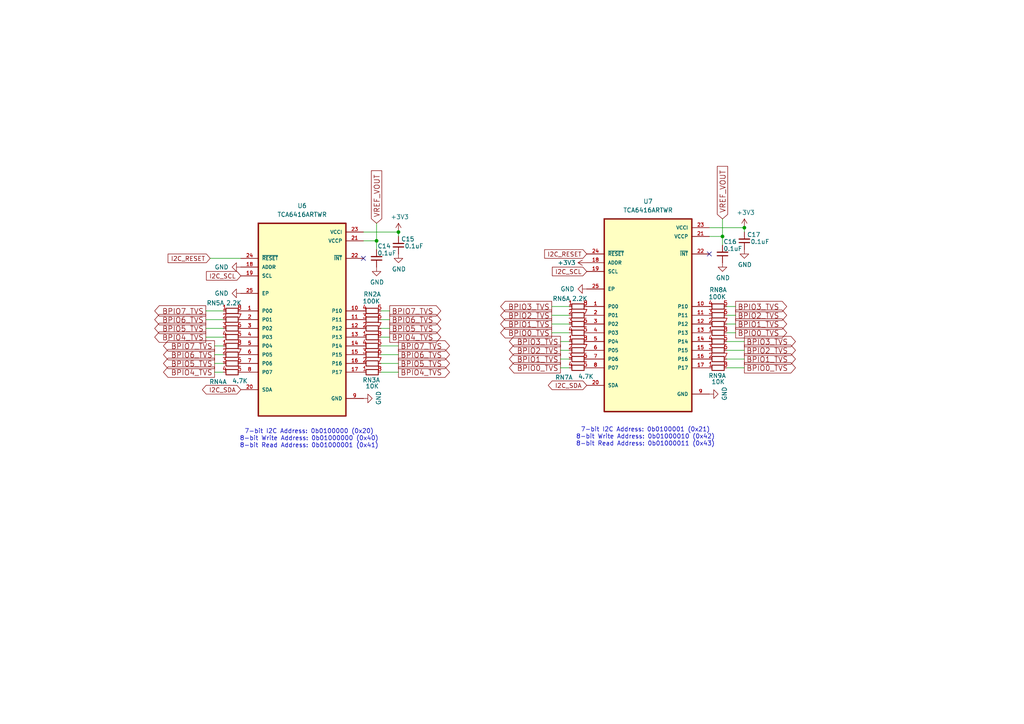
<source format=kicad_sch>
(kicad_sch (version 20231120) (generator "eeschema") (generator_version "8.0")
  (paper "A4")
  (lib_symbols
    (symbol "BusPirate-5-rev10-rescue:+3.3V-power" (power) (pin_names (offset 0))
      (property "Value" "+3.3V-power" (at 0 3.556 0))
      (symbol "+3.3V-power_0_1"
        (polyline (pts (xy -0.762 1.27) (xy 0 2.54)))
        (polyline (pts (xy 0 0) (xy 0 2.54)))
        (polyline (pts (xy 0 2.54) (xy 0.762 1.27)))
      )
      (symbol "+3.3V-power_1_1"
        (pin power_in line (at 0 0 90) (length 0) hide (name "+3V3") (number "1"))
      )
    )
    (symbol "Device:C_Small" (pin_numbers hide) (pin_names (offset 0.254) hide)
      (property "Reference" "C" (at 0.254 1.778 0))
      (property "Value" "C_Small" (at 0.254 -2.032 0))
      (symbol "C_Small_0_1"
        (polyline (pts (xy -1.524 -0.508) (xy 1.524 -0.508)) (stroke (width 0.3302)))
        (polyline (pts (xy -1.524 0.508) (xy 1.524 0.508)) (stroke (width 0.3048)))
      )
      (symbol "C_Small_1_1"
        (pin passive line (at 0 2.54 270) (length 2.032) (name "~") (number "1"))
        (pin passive line (at 0 -2.54 90) (length 2.032) (name "~") (number "2"))
      )
    )
    (symbol "TCA6416RTWT:TCA6416RTWT" (pin_names (offset 1.016))
      (property "Reference" "U" (at -12.7 28.94 0))
      (property "Value" "TCA6416RTWT" (at -12.7 -31.94 0))
      (symbol "TCA6416RTWT_0_0"
        (rectangle (start -12.7 -27.94) (end 12.7 27.94) (stroke (width 0.41)) (fill (type background)))
        (pin bidirectional line (at -17.78 2.54 0) (length 5.08) (name "P00") (number "1"))
        (pin bidirectional line (at 17.78 2.54 180) (length 5.08) (name "P10") (number "10"))
        (pin bidirectional line (at 17.78 0 180) (length 5.08) (name "P11") (number "11"))
        (pin bidirectional line (at 17.78 -2.54 180) (length 5.08) (name "P12") (number "12"))
        (pin bidirectional line (at 17.78 -5.08 180) (length 5.08) (name "P13") (number "13"))
        (pin bidirectional line (at 17.78 -7.62 180) (length 5.08) (name "P14") (number "14"))
        (pin bidirectional line (at 17.78 -10.16 180) (length 5.08) (name "P15") (number "15"))
        (pin bidirectional line (at 17.78 -12.7 180) (length 5.08) (name "P16") (number "16"))
        (pin bidirectional line (at 17.78 -15.24 180) (length 5.08) (name "P17") (number "17"))
        (pin input line (at -17.78 15.24 0) (length 5.08) (name "ADDR") (number "18"))
        (pin input line (at -17.78 12.7 0) (length 5.08) (name "SCL") (number "19"))
        (pin bidirectional line (at -17.78 0 0) (length 5.08) (name "P01") (number "2"))
        (pin bidirectional line (at -17.78 -20.32 0) (length 5.08) (name "SDA") (number "20"))
        (pin power_in line (at 17.78 22.86 180) (length 5.08) (name "VCCP") (number "21"))
        (pin output line (at 17.78 17.78 180) (length 5.08) (name "~{INT}") (number "22"))
        (pin power_in line (at 17.78 25.4 180) (length 5.08) (name "VCCI") (number "23"))
        (pin input line (at -17.78 17.78 0) (length 5.08) (name "~{RESET}") (number "24"))
        (pin bidirectional line (at -17.78 7.62 0) (length 5.08) (name "EP") (number "25"))
        (pin bidirectional line (at -17.78 -2.54 0) (length 5.08) (name "P02") (number "3"))
        (pin bidirectional line (at -17.78 -5.08 0) (length 5.08) (name "P03") (number "4"))
        (pin bidirectional line (at -17.78 -7.62 0) (length 5.08) (name "P04") (number "5"))
        (pin bidirectional line (at -17.78 -10.16 0) (length 5.08) (name "P05") (number "6"))
        (pin bidirectional line (at -17.78 -12.7 0) (length 5.08) (name "P06") (number "7"))
        (pin bidirectional line (at -17.78 -15.24 0) (length 5.08) (name "P07") (number "8"))
        (pin power_in line (at 17.78 -22.86 180) (length 5.08) (name "GND") (number "9"))
      )
    )
    (symbol "dp-rarray:R_Array" (pin_names (offset 0) hide)
      (property "Reference" "RN" (at 2.286 0.762 0))
      (property "Value" "R_Array" (at 4.572 -0.762 0))
      (symbol "R_Array_0_1"
        (rectangle (start 0.762 1.778) (end -0.762 -1.778) (stroke (width 0.254)))
      )
      (symbol "R_Array_1_1"
        (pin passive line (at 0 2.54 270) (length 0.762) (name "R1.1") (number "1"))
        (pin passive line (at 0 -2.54 90) (length 0.762) (name "R1.8") (number "8"))
      )
      (symbol "R_Array_2_1"
        (pin passive line (at 0 2.54 270) (length 0.762) (name "R1.1") (number "2"))
        (pin passive line (at 0 -2.54 90) (length 0.762) (name "R1.8") (number "7"))
      )
      (symbol "R_Array_3_1"
        (pin passive line (at 0 2.54 270) (length 0.762) (name "R1.1") (number "3"))
        (pin passive line (at 0 -2.54 90) (length 0.762) (name "R1.8") (number "6"))
      )
      (symbol "R_Array_4_1"
        (pin passive line (at 0 2.54 270) (length 0.762) (name "R1.1") (number "4"))
        (pin passive line (at 0 -2.54 90) (length 0.762) (name "R1.8") (number "5"))
      )
    )
    (symbol "power:GND" (power) (pin_names (offset 0))
      (property "Value" "GND" (at 0 -3.81 0))
      (symbol "GND_0_1"
        (polyline (pts (xy 0 0) (xy 0 -1.27) (xy 1.27 -1.27) (xy 0 -2.54) (xy -1.27 -1.27) (xy 0 -1.27)))
      )
      (symbol "GND_1_1"
        (pin power_in line (at 0 0 270) (length 0) hide (name "GND") (number "1"))
      )
    )
  )
  (junction (at 115.57 67.31))
  (junction (at 215.9 66.04))
  (junction (at 209.55 68.58))
  (junction (at 109.22 69.85))
  (no_connect (at 205.74 73.66))
  (no_connect (at 105.41 74.93))
  (wire (pts (xy 210.82 96.52) (xy 213.36 96.52)))
  (wire (pts (xy 110.49 90.17) (xy 113.03 90.17)))
  (wire (pts (xy 64.77 100.33) (xy 62.23 100.33)))
  (wire (pts (xy 165.1 106.68) (xy 162.56 106.68)))
  (wire (pts (xy 105.41 69.85) (xy 109.22 69.85)))
  (wire (pts (xy 64.77 107.95) (xy 62.23 107.95)))
  (wire (pts (xy 64.77 105.41) (xy 62.23 105.41)))
  (wire (pts (xy 205.74 66.04) (xy 215.9 66.04)))
  (wire (pts (xy 110.49 105.41) (xy 115.57 105.41)))
  (wire (pts (xy 109.22 69.85) (xy 109.22 72.39)))
  (wire (pts (xy 110.49 107.95) (xy 115.57 107.95)))
  (wire (pts (xy 110.49 97.79) (xy 113.03 97.79)))
  (wire (pts (xy 165.1 93.98) (xy 160.02 93.98)))
  (wire (pts (xy 64.77 90.17) (xy 59.69 90.17)))
  (wire (pts (xy 64.77 92.71) (xy 59.69 92.71)))
  (wire (pts (xy 109.22 64.77) (xy 109.22 69.85)))
  (wire (pts (xy 209.55 68.58) (xy 209.55 71.12)))
  (wire (pts (xy 105.41 67.31) (xy 115.57 67.31)))
  (wire (pts (xy 165.1 91.44) (xy 160.02 91.44)))
  (wire (pts (xy 165.1 96.52) (xy 160.02 96.52)))
  (wire (pts (xy 110.49 92.71) (xy 113.03 92.71)))
  (wire (pts (xy 64.77 102.87) (xy 62.23 102.87)))
  (wire (pts (xy 210.82 104.14) (xy 215.9 104.14)))
  (wire (pts (xy 115.57 67.31) (xy 115.57 68.58)))
  (wire (pts (xy 165.1 88.9) (xy 160.02 88.9)))
  (wire (pts (xy 210.82 88.9) (xy 213.36 88.9)))
  (wire (pts (xy 110.49 102.87) (xy 115.57 102.87)))
  (wire (pts (xy 205.74 68.58) (xy 209.55 68.58)))
  (wire (pts (xy 210.82 91.44) (xy 213.36 91.44)))
  (wire (pts (xy 210.82 99.06) (xy 215.9 99.06)))
  (wire (pts (xy 165.1 101.6) (xy 162.56 101.6)))
  (wire (pts (xy 165.1 104.14) (xy 162.56 104.14)))
  (wire (pts (xy 60.96 74.93) (xy 69.85 74.93)))
  (wire (pts (xy 64.77 95.25) (xy 59.69 95.25)))
  (wire (pts (xy 64.77 97.79) (xy 59.69 97.79)))
  (wire (pts (xy 215.9 66.04) (xy 215.9 67.31)))
  (wire (pts (xy 210.82 106.68) (xy 215.9 106.68)))
  (wire (pts (xy 209.55 63.5) (xy 209.55 68.58)))
  (wire (pts (xy 110.49 95.25) (xy 113.03 95.25)))
  (wire (pts (xy 165.1 99.06) (xy 162.56 99.06)))
  (wire (pts (xy 210.82 93.98) (xy 213.36 93.98)))
  (wire (pts (xy 210.82 101.6) (xy 215.9 101.6)))
  (wire (pts (xy 110.49 100.33) (xy 115.57 100.33)))
  (text "7-bit I2C Address: 0b0100000 (0x20)\n8-bit Write Address: 0b01000000 (0x40)\n8-bit Read Address: 0b01000001 (0x41)" (at 89.662 127.254 0) (effects (font (size 1.27 1.27))))
  (text "7-bit I2C Address: 0b0100001 (0x21)\n8-bit Write Address: 0b01000010 (0x42)\n8-bit Read Address: 0b01000011 (0x43)" (at 187.198 126.746 0) (effects (font (size 1.27 1.27))))
  (global_label "BPIO3_TVS" (shape output) (at 160.02 88.9 180) (effects (font (size 1.524 1.524))) (property "Intersheetrefs" "${INTERSHEET_REFS}" (effects (hide yes))))
  (global_label "BPIO7_TVS" (shape output) (at 62.23 100.33 180) (effects (font (size 1.524 1.524))) (property "Intersheetrefs" "${INTERSHEET_REFS}" (effects (hide yes))))
  (global_label "BPIO5_TVS" (shape output) (at 62.23 105.41 180) (effects (font (size 1.524 1.524))) (property "Intersheetrefs" "${INTERSHEET_REFS}" (effects (hide yes))))
  (global_label "BPIO5_TVS" (shape output) (at 113.03 95.25 0) (effects (font (size 1.524 1.524))) (property "Intersheetrefs" "${INTERSHEET_REFS}" (effects (hide yes))))
  (global_label "I2C_SCL" (shape input) (at 69.85 80.01 180) (property "Intersheetrefs" "${INTERSHEET_REFS}" (effects (hide yes))))
  (global_label "BPIO0_TVS" (shape output) (at 213.36 96.52 0) (effects (font (size 1.524 1.524))) (property "Intersheetrefs" "${INTERSHEET_REFS}" (effects (hide yes))))
  (global_label "BPIO0_TVS" (shape output) (at 162.56 106.68 180) (effects (font (size 1.524 1.524))) (property "Intersheetrefs" "${INTERSHEET_REFS}" (effects (hide yes))))
  (global_label "BPIO4_TVS" (shape output) (at 59.69 97.79 180) (effects (font (size 1.524 1.524))) (property "Intersheetrefs" "${INTERSHEET_REFS}" (effects (hide yes))))
  (global_label "I2C_RESET" (shape input) (at 60.96 74.93 180) (property "Intersheetrefs" "${INTERSHEET_REFS}" (effects (hide yes))))
  (global_label "BPIO4_TVS" (shape output) (at 115.57 107.95 0) (effects (font (size 1.524 1.524))) (property "Intersheetrefs" "${INTERSHEET_REFS}" (effects (hide yes))))
  (global_label "BPIO6_TVS" (shape output) (at 62.23 102.87 180) (effects (font (size 1.524 1.524))) (property "Intersheetrefs" "${INTERSHEET_REFS}" (effects (hide yes))))
  (global_label "BPIO5_TVS" (shape output) (at 59.69 95.25 180) (effects (font (size 1.524 1.524))) (property "Intersheetrefs" "${INTERSHEET_REFS}" (effects (hide yes))))
  (global_label "BPIO6_TVS" (shape output) (at 113.03 92.71 0) (effects (font (size 1.524 1.524))) (property "Intersheetrefs" "${INTERSHEET_REFS}" (effects (hide yes))))
  (global_label "BPIO3_TVS" (shape output) (at 215.9 99.06 0) (effects (font (size 1.524 1.524))) (property "Intersheetrefs" "${INTERSHEET_REFS}" (effects (hide yes))))
  (global_label "BPIO1_TVS" (shape output) (at 215.9 104.14 0) (effects (font (size 1.524 1.524))) (property "Intersheetrefs" "${INTERSHEET_REFS}" (effects (hide yes))))
  (global_label "I2C_SDA" (shape bidirectional) (at 69.85 113.03 180) (property "Intersheetrefs" "${INTERSHEET_REFS}" (effects (hide yes))))
  (global_label "BPIO7_TVS" (shape output) (at 113.03 90.17 0) (effects (font (size 1.524 1.524))) (property "Intersheetrefs" "${INTERSHEET_REFS}" (effects (hide yes))))
  (global_label "VREF_VOUT" (shape input) (at 109.22 64.77 90) (effects (font (size 1.524 1.524))) (property "Intersheetrefs" "${INTERSHEET_REFS}" (effects (hide yes))))
  (global_label "BPIO7_TVS" (shape output) (at 115.57 100.33 0) (effects (font (size 1.524 1.524))) (property "Intersheetrefs" "${INTERSHEET_REFS}" (effects (hide yes))))
  (global_label "I2C_RESET" (shape input) (at 170.18 73.66 180) (property "Intersheetrefs" "${INTERSHEET_REFS}" (effects (hide yes))))
  (global_label "BPIO0_TVS" (shape output) (at 160.02 96.52 180) (effects (font (size 1.524 1.524))) (property "Intersheetrefs" "${INTERSHEET_REFS}" (effects (hide yes))))
  (global_label "BPIO1_TVS" (shape output) (at 213.36 93.98 0) (effects (font (size 1.524 1.524))) (property "Intersheetrefs" "${INTERSHEET_REFS}" (effects (hide yes))))
  (global_label "BPIO1_TVS" (shape output) (at 162.56 104.14 180) (effects (font (size 1.524 1.524))) (property "Intersheetrefs" "${INTERSHEET_REFS}" (effects (hide yes))))
  (global_label "BPIO4_TVS" (shape output) (at 62.23 107.95 180) (effects (font (size 1.524 1.524))) (property "Intersheetrefs" "${INTERSHEET_REFS}" (effects (hide yes))))
  (global_label "BPIO2_TVS" (shape output) (at 213.36 91.44 0) (effects (font (size 1.524 1.524))) (property "Intersheetrefs" "${INTERSHEET_REFS}" (effects (hide yes))))
  (global_label "BPIO3_TVS" (shape output) (at 213.36 88.9 0) (effects (font (size 1.524 1.524))) (property "Intersheetrefs" "${INTERSHEET_REFS}" (effects (hide yes))))
  (global_label "BPIO2_TVS" (shape output) (at 160.02 91.44 180) (effects (font (size 1.524 1.524))) (property "Intersheetrefs" "${INTERSHEET_REFS}" (effects (hide yes))))
  (global_label "BPIO0_TVS" (shape output) (at 215.9 106.68 0) (effects (font (size 1.524 1.524))) (property "Intersheetrefs" "${INTERSHEET_REFS}" (effects (hide yes))))
  (global_label "BPIO7_TVS" (shape output) (at 59.69 90.17 180) (effects (font (size 1.524 1.524))) (property "Intersheetrefs" "${INTERSHEET_REFS}" (effects (hide yes))))
  (global_label "BPIO3_TVS" (shape output) (at 162.56 99.06 180) (effects (font (size 1.524 1.524))) (property "Intersheetrefs" "${INTERSHEET_REFS}" (effects (hide yes))))
  (global_label "BPIO5_TVS" (shape output) (at 115.57 105.41 0) (effects (font (size 1.524 1.524))) (property "Intersheetrefs" "${INTERSHEET_REFS}" (effects (hide yes))))
  (global_label "I2C_SCL" (shape input) (at 170.18 78.74 180) (property "Intersheetrefs" "${INTERSHEET_REFS}" (effects (hide yes))))
  (global_label "BPIO6_TVS" (shape output) (at 59.69 92.71 180) (effects (font (size 1.524 1.524))) (property "Intersheetrefs" "${INTERSHEET_REFS}" (effects (hide yes))))
  (global_label "I2C_SDA" (shape bidirectional) (at 170.18 111.76 180) (property "Intersheetrefs" "${INTERSHEET_REFS}" (effects (hide yes))))
  (global_label "VREF_VOUT" (shape input) (at 209.55 63.5 90) (effects (font (size 1.524 1.524))) (property "Intersheetrefs" "${INTERSHEET_REFS}" (effects (hide yes))))
  (global_label "BPIO4_TVS" (shape output) (at 113.03 97.79 0) (effects (font (size 1.524 1.524))) (property "Intersheetrefs" "${INTERSHEET_REFS}" (effects (hide yes))))
  (global_label "BPIO2_TVS" (shape output) (at 215.9 101.6 0) (effects (font (size 1.524 1.524))) (property "Intersheetrefs" "${INTERSHEET_REFS}" (effects (hide yes))))
  (global_label "BPIO2_TVS" (shape output) (at 162.56 101.6 180) (effects (font (size 1.524 1.524))) (property "Intersheetrefs" "${INTERSHEET_REFS}" (effects (hide yes))))
  (global_label "BPIO1_TVS" (shape output) (at 160.02 93.98 180) (effects (font (size 1.524 1.524))) (property "Intersheetrefs" "${INTERSHEET_REFS}" (effects (hide yes))))
  (global_label "BPIO6_TVS" (shape output) (at 115.57 102.87 0) (effects (font (size 1.524 1.524))) (property "Intersheetrefs" "${INTERSHEET_REFS}" (effects (hide yes))))
  (symbol (lib_id "dp-rarray:R_Array") (at 67.31 95.25 90) (unit 3)
    (property "Reference" "RN5" (effects (hide yes)))
    (property "Value" "2.2K" (effects (hide yes)))
    (property "Footprint" "Resistor_SMD:R_Array_Convex_4x0402" (effects (hide yes)))
    (property "Datasheet" "http://www.vishay.com/docs/31509/csc.pdf" (effects (hide yes)))
    (property "RMB" "0.034572" (effects (hide yes)))
    (property "Supplier" "https://item.szlcsc.com/45893.html" (effects (hide yes)))
    (property "szlcsc_partnumber" "C26075" (effects (hide yes)))
    (property "szlcsc_url" "https://item.szlcsc.com/26818.html" (effects (hide yes)))
  )
  (symbol (lib_id "dp-rarray:R_Array") (at 167.64 99.06 90) (unit 1)
    (property "Reference" "RN7" (at 163.576 109.474 90))
    (property "Value" "4.7K" (effects (hide yes)))
    (property "Footprint" "Resistor_SMD:R_Array_Convex_4x0402" (effects (hide yes)))
    (property "Datasheet" "http://www.vishay.com/docs/31509/csc.pdf" (effects (hide yes)))
    (property "RMB" "0.034572" (effects (hide yes)))
    (property "Supplier" "https://item.szlcsc.com/45893.html" (effects (hide yes)))
    (property "szlcsc_partnumber" "C29586" (effects (hide yes)))
    (property "szlcsc_url" "https://item.szlcsc.com/30340.html?fromZone=s_s__%25224.7K%25200402x4%2522&spm=sc.gb.xh1.zy.n___sc.gb.hd.ss&lcsc_vid=RlENUlJWE1QKBlBWRAVaUFNTT1leBQZXRFNcVAVQQVAxVlNSRFRcV1ZTQFNZVDsOAxUeFF5JWAgaAglIBBsCBBcFWQIBCks%3D" (effects (hide yes)))
  )
  (symbol (lib_id "dp-rarray:R_Array") (at 107.95 95.25 90) (mirror x) (unit 2)
    (property "Reference" "RN2" (effects (hide yes)))
    (property "Value" "100K" (effects (hide yes)))
    (property "Footprint" "Resistor_SMD:R_Array_Convex_4x0402" (effects (hide yes)))
    (property "Datasheet" "http://www.vishay.com/docs/31509/csc.pdf" (effects (hide yes)))
    (property "RMB" "0.034572" (effects (hide yes)))
    (property "Supplier" "https://item.szlcsc.com/45893.html" (effects (hide yes)))
    (property "szlcsc_partnumber" "C25724" (effects (hide yes)))
    (property "szlcsc_url" "https://item.szlcsc.com/26467.html?fromZone=s_s__%2522100K%25200402x4%2522&spm=sc.gb.xh1.zy.n___sc.gb.hd.ss&lcsc_vid=RlENUlJWE1QKBlBWRAVaUFNTT1leBQZXRFNcVAVQQVAxVlNSRFRcV1ZTQFNZVDsOAxUeFF5JWAgaAglIBBsCBBcFWQIBCks%3D" (effects (hide yes)))
  )
  (symbol (lib_id "power:GND") (at 69.85 77.47 270) (unit 1)
    (property "Reference" "#PWR057" (effects (hide yes)))
    (property "Value" "GND" (at 64.262 77.47 90))
  )
  (symbol (lib_id "dp-rarray:R_Array") (at 107.95 102.87 90) (mirror x) (unit 3)
    (property "Reference" "RN3" (effects (hide yes)))
    (property "Value" "10K" (effects (hide yes)))
    (property "Footprint" "Resistor_SMD:R_Array_Convex_4x0402" (effects (hide yes)))
    (property "Datasheet" "http://www.vishay.com/docs/31509/csc.pdf" (effects (hide yes)))
    (property "RMB" "0.034572" (effects (hide yes)))
    (property "Supplier" "https://item.szlcsc.com/45893.html" (effects (hide yes)))
    (property "szlcsc_partnumber" "C25725" (effects (hide yes)))
    (property "szlcsc_url" "https://item.szlcsc.com/26468.html?fromZone=s_s__%252210K%25200402x4%2522&spm=sc.gb.xh1.zy.n___sc.gb.hd.ss&lcsc_vid=RlENUlJWE1QKBlBWRAVaUFNTT1leBQZXRFNcVAVQQVAxVlNSRFRcV1ZTQFNZVDsOAxUeFF5JWAgaAglIBBsCBBcFWQIBCks%3D" (effects (hide yes)))
  )
  (symbol (lib_id "dp-rarray:R_Array") (at 208.28 91.44 90) (mirror x) (unit 3)
    (property "Reference" "RN8" (effects (hide yes)))
    (property "Value" "100K" (effects (hide yes)))
    (property "Footprint" "Resistor_SMD:R_Array_Convex_4x0402" (effects (hide yes)))
    (property "Datasheet" "http://www.vishay.com/docs/31509/csc.pdf" (effects (hide yes)))
    (property "RMB" "0.034572" (effects (hide yes)))
    (property "Supplier" "https://item.szlcsc.com/45893.html" (effects (hide yes)))
    (property "szlcsc_partnumber" "C25724" (effects (hide yes)))
    (property "szlcsc_url" "https://item.szlcsc.com/26467.html?fromZone=s_s__%2522100K%25200402x4%2522&spm=sc.gb.xh1.zy.n___sc.gb.hd.ss&lcsc_vid=RlENUlJWE1QKBlBWRAVaUFNTT1leBQZXRFNcVAVQQVAxVlNSRFRcV1ZTQFNZVDsOAxUeFF5JWAgaAglIBBsCBBcFWQIBCks%3D" (effects (hide yes)))
  )
  (symbol (lib_id "TCA6416RTWT:TCA6416RTWT") (at 87.63 92.71 0) (unit 1)
    (property "Reference" "U6" (at 87.63 59.69 0))
    (property "Value" "TCA6416ARTWR" (at 87.63 62.23 0))
    (property "Footprint" "Package_DFN_QFN:QFN-24-1EP_4x4mm_P0.5mm_EP2.75x2.75mm" (effects (hide yes)))
    (property "Description" "Low-voltage 16-bit I2C & SMBus I/O expander with interrupt output, reset & config registers 24-WQFN -40 to 85" (effects (hide yes)))
    (property "MF" "Texas Instruments" (effects (hide yes)))
    (property "Package" "WQFN-24 Texas Instruments" (effects (hide yes)))
    (property "Price" "None" (effects (hide yes)))
    (property "SnapEDA_Link" "https://www.snapeda.com/parts/TCA6416RTWT/Texas+Instruments/view-part/?ref=snap" (effects (hide yes)))
    (property "MP" "TCA6416RTWT" (effects (hide yes)))
    (property "Availability" "In Stock" (effects (hide yes)))
    (property "Check_prices" "https://www.snapeda.com/parts/TCA6416RTWT/Texas+Instruments/view-part/?ref=eda" (effects (hide yes)))
  )
  (symbol (lib_id "dp-rarray:R_Array") (at 67.31 102.87 90) (unit 2)
    (property "Reference" "RN4" (effects (hide yes)))
    (property "Value" "4.7K" (effects (hide yes)))
    (property "Footprint" "Resistor_SMD:R_Array_Convex_4x0402" (effects (hide yes)))
    (property "Datasheet" "http://www.vishay.com/docs/31509/csc.pdf" (effects (hide yes)))
    (property "RMB" "0.034572" (effects (hide yes)))
    (property "Supplier" "https://item.szlcsc.com/45893.html" (effects (hide yes)))
    (property "szlcsc_partnumber" "C29586" (effects (hide yes)))
    (property "szlcsc_url" "https://item.szlcsc.com/30340.html?fromZone=s_s__%25224.7K%25200402x4%2522&spm=sc.gb.xh1.zy.n___sc.gb.hd.ss&lcsc_vid=RlENUlJWE1QKBlBWRAVaUFNTT1leBQZXRFNcVAVQQVAxVlNSRFRcV1ZTQFNZVDsOAxUeFF5JWAgaAglIBBsCBBcFWQIBCks%3D" (effects (hide yes)))
  )
  (symbol (lib_id "power:GND") (at 69.85 85.09 270) (unit 1)
    (property "Reference" "#PWR0150" (effects (hide yes)))
    (property "Value" "GND" (at 64.262 85.09 90))
  )
  (symbol (lib_id "power:GND") (at 215.9 72.39 0) (unit 1)
    (property "Reference" "#PWR062" (effects (hide yes)))
    (property "Value" "GND" (at 216.027 76.7842 0))
  )
  (symbol (lib_id "power:GND") (at 105.41 115.57 90) (unit 1)
    (property "Reference" "#PWR056" (effects (hide yes)))
    (property "Value" "GND" (at 109.8042 115.443 0))
  )
  (symbol (lib_id "dp-rarray:R_Array") (at 107.95 90.17 90) (mirror x) (unit 4)
    (property "Reference" "RN2" (effects (hide yes)))
    (property "Value" "100K" (at 107.696 87.376 90))
    (property "Footprint" "Resistor_SMD:R_Array_Convex_4x0402" (effects (hide yes)))
    (property "Datasheet" "http://www.vishay.com/docs/31509/csc.pdf" (effects (hide yes)))
    (property "RMB" "0.034572" (effects (hide yes)))
    (property "Supplier" "https://item.szlcsc.com/45893.html" (effects (hide yes)))
    (property "szlcsc_partnumber" "C25724" (effects (hide yes)))
    (property "szlcsc_url" "https://item.szlcsc.com/26467.html?fromZone=s_s__%2522100K%25200402x4%2522&spm=sc.gb.xh1.zy.n___sc.gb.hd.ss&lcsc_vid=RlENUlJWE1QKBlBWRAVaUFNTT1leBQZXRFNcVAVQQVAxVlNSRFRcV1ZTQFNZVDsOAxUeFF5JWAgaAglIBBsCBBcFWQIBCks%3D" (effects (hide yes)))
  )
  (symbol (lib_id "power:GND") (at 205.74 114.3 90) (unit 1)
    (property "Reference" "#PWR059" (effects (hide yes)))
    (property "Value" "GND" (at 210.1342 114.173 0))
  )
  (symbol (lib_id "dp-rarray:R_Array") (at 167.64 104.14 90) (unit 3)
    (property "Reference" "RN7" (effects (hide yes)))
    (property "Value" "4.7K" (effects (hide yes)))
    (property "Footprint" "Resistor_SMD:R_Array_Convex_4x0402" (effects (hide yes)))
    (property "Datasheet" "http://www.vishay.com/docs/31509/csc.pdf" (effects (hide yes)))
    (property "RMB" "0.034572" (effects (hide yes)))
    (property "Supplier" "https://item.szlcsc.com/45893.html" (effects (hide yes)))
    (property "szlcsc_partnumber" "C29586" (effects (hide yes)))
    (property "szlcsc_url" "https://item.szlcsc.com/30340.html?fromZone=s_s__%25224.7K%25200402x4%2522&spm=sc.gb.xh1.zy.n___sc.gb.hd.ss&lcsc_vid=RlENUlJWE1QKBlBWRAVaUFNTT1leBQZXRFNcVAVQQVAxVlNSRFRcV1ZTQFNZVDsOAxUeFF5JWAgaAglIBBsCBBcFWQIBCks%3D" (effects (hide yes)))
  )
  (symbol (lib_id "Device:C_Small") (at 215.9 69.85 180) (unit 1)
    (property "Reference" "C17" (at 216.662 68.072 0) (effects (justify right)))
    (property "Value" "0.1uF" (at 217.678 70.104 0) (effects (justify right)))
    (property "Footprint" "Capacitor_SMD:C_0402_1005Metric" (effects (hide yes)))
    (property "szlcsc_partnumber" "C1525" (effects (hide yes)))
    (property "szlcsc_url" "https://item.szlcsc.com/1877.html?fromZone=s_s__%25220.1uF%25200402%2522&spm=sc.gb.xh2.zy.n&lcsc_vid=RlENUlJWE1QKBlBWRAVaUFNTT1leBQZXRFNcVAVQQVAxVlNSRFRfXlBUQ1ZeVzsOAxUeFF5JWAgaAglIBBsCBBcFWQIBCks%3D" (effects (hide yes)))
  )
  (symbol (lib_id "BusPirate-5-rev10-rescue:+3.3V-power") (at 170.18 76.2 90) (unit 1)
    (property "Reference" "#PWR058" (effects (hide yes)))
    (property "Value" "+3V3" (at 164.338 76.2 90))
  )
  (symbol (lib_id "BusPirate-5-rev10-rescue:+3.3V-power") (at 215.9 66.04 0) (unit 1)
    (property "Reference" "#PWR061" (effects (hide yes)))
    (property "Value" "+3V3" (at 216.281 61.6458 0))
  )
  (symbol (lib_id "dp-rarray:R_Array") (at 67.31 97.79 90) (unit 4)
    (property "Reference" "RN5" (effects (hide yes)))
    (property "Value" "2.2K" (effects (hide yes)))
    (property "Footprint" "Resistor_SMD:R_Array_Convex_4x0402" (effects (hide yes)))
    (property "Datasheet" "http://www.vishay.com/docs/31509/csc.pdf" (effects (hide yes)))
    (property "RMB" "0.034572" (effects (hide yes)))
    (property "Supplier" "https://item.szlcsc.com/45893.html" (effects (hide yes)))
    (property "szlcsc_partnumber" "C26075" (effects (hide yes)))
    (property "szlcsc_url" "https://item.szlcsc.com/26818.html" (effects (hide yes)))
  )
  (symbol (lib_id "dp-rarray:R_Array") (at 67.31 92.71 90) (unit 2)
    (property "Reference" "RN5" (effects (hide yes)))
    (property "Value" "2.2K" (effects (hide yes)))
    (property "Footprint" "Resistor_SMD:R_Array_Convex_4x0402" (effects (hide yes)))
    (property "Datasheet" "http://www.vishay.com/docs/31509/csc.pdf" (effects (hide yes)))
    (property "RMB" "0.034572" (effects (hide yes)))
    (property "Supplier" "https://item.szlcsc.com/45893.html" (effects (hide yes)))
    (property "szlcsc_partnumber" "C26075" (effects (hide yes)))
    (property "szlcsc_url" "https://item.szlcsc.com/26818.html" (effects (hide yes)))
  )
  (symbol (lib_id "dp-rarray:R_Array") (at 107.95 92.71 90) (mirror x) (unit 3)
    (property "Reference" "RN2" (effects (hide yes)))
    (property "Value" "100K" (effects (hide yes)))
    (property "Footprint" "Resistor_SMD:R_Array_Convex_4x0402" (effects (hide yes)))
    (property "Datasheet" "http://www.vishay.com/docs/31509/csc.pdf" (effects (hide yes)))
    (property "RMB" "0.034572" (effects (hide yes)))
    (property "Supplier" "https://item.szlcsc.com/45893.html" (effects (hide yes)))
    (property "szlcsc_partnumber" "C25724" (effects (hide yes)))
    (property "szlcsc_url" "https://item.szlcsc.com/26467.html?fromZone=s_s__%2522100K%25200402x4%2522&spm=sc.gb.xh1.zy.n___sc.gb.hd.ss&lcsc_vid=RlENUlJWE1QKBlBWRAVaUFNTT1leBQZXRFNcVAVQQVAxVlNSRFRcV1ZTQFNZVDsOAxUeFF5JWAgaAglIBBsCBBcFWQIBCks%3D" (effects (hide yes)))
  )
  (symbol (lib_id "dp-rarray:R_Array") (at 167.64 91.44 90) (unit 2)
    (property "Reference" "RN6" (effects (hide yes)))
    (property "Value" "2.2K" (effects (hide yes)))
    (property "Footprint" "Resistor_SMD:R_Array_Convex_4x0402" (effects (hide yes)))
    (property "Datasheet" "http://www.vishay.com/docs/31509/csc.pdf" (effects (hide yes)))
    (property "RMB" "0.034572" (effects (hide yes)))
    (property "Supplier" "https://item.szlcsc.com/45893.html" (effects (hide yes)))
    (property "szlcsc_partnumber" "C26075" (effects (hide yes)))
    (property "szlcsc_url" "https://item.szlcsc.com/26818.html" (effects (hide yes)))
  )
  (symbol (lib_id "dp-rarray:R_Array") (at 208.28 104.14 90) (mirror x) (unit 2)
    (property "Reference" "RN9" (effects (hide yes)))
    (property "Value" "10K" (effects (hide yes)))
    (property "Footprint" "Resistor_SMD:R_Array_Convex_4x0402" (effects (hide yes)))
    (property "Datasheet" "http://www.vishay.com/docs/31509/csc.pdf" (effects (hide yes)))
    (property "RMB" "0.034572" (effects (hide yes)))
    (property "Supplier" "https://item.szlcsc.com/45893.html" (effects (hide yes)))
    (property "szlcsc_partnumber" "C25725" (effects (hide yes)))
    (property "szlcsc_url" "https://item.szlcsc.com/26468.html?fromZone=s_s__%252210K%25200402x4%2522&spm=sc.gb.xh1.zy.n___sc.gb.hd.ss&lcsc_vid=RlENUlJWE1QKBlBWRAVaUFNTT1leBQZXRFNcVAVQQVAxVlNSRFRcV1ZTQFNZVDsOAxUeFF5JWAgaAglIBBsCBBcFWQIBCks%3D" (effects (hide yes)))
  )
  (symbol (lib_id "dp-rarray:R_Array") (at 67.31 105.41 90) (unit 3)
    (property "Reference" "RN4" (effects (hide yes)))
    (property "Value" "4.7K" (effects (hide yes)))
    (property "Footprint" "Resistor_SMD:R_Array_Convex_4x0402" (effects (hide yes)))
    (property "Datasheet" "http://www.vishay.com/docs/31509/csc.pdf" (effects (hide yes)))
    (property "RMB" "0.034572" (effects (hide yes)))
    (property "Supplier" "https://item.szlcsc.com/45893.html" (effects (hide yes)))
    (property "szlcsc_partnumber" "C29586" (effects (hide yes)))
    (property "szlcsc_url" "https://item.szlcsc.com/30340.html?fromZone=s_s__%25224.7K%25200402x4%2522&spm=sc.gb.xh1.zy.n___sc.gb.hd.ss&lcsc_vid=RlENUlJWE1QKBlBWRAVaUFNTT1leBQZXRFNcVAVQQVAxVlNSRFRcV1ZTQFNZVDsOAxUeFF5JWAgaAglIBBsCBBcFWQIBCks%3D" (effects (hide yes)))
  )
  (symbol (lib_id "power:GND") (at 115.57 73.66 0) (unit 1)
    (property "Reference" "#PWR054" (effects (hide yes)))
    (property "Value" "GND" (at 115.697 78.0542 0))
  )
  (symbol (lib_id "dp-rarray:R_Array") (at 208.28 99.06 90) (mirror x) (unit 4)
    (property "Reference" "RN9" (effects (hide yes)))
    (property "Value" "10K" (effects (hide yes)))
    (property "Footprint" "Resistor_SMD:R_Array_Convex_4x0402" (effects (hide yes)))
    (property "Datasheet" "http://www.vishay.com/docs/31509/csc.pdf" (effects (hide yes)))
    (property "RMB" "0.034572" (effects (hide yes)))
    (property "Supplier" "https://item.szlcsc.com/45893.html" (effects (hide yes)))
    (property "szlcsc_partnumber" "C25725" (effects (hide yes)))
    (property "szlcsc_url" "https://item.szlcsc.com/26468.html?fromZone=s_s__%252210K%25200402x4%2522&spm=sc.gb.xh1.zy.n___sc.gb.hd.ss&lcsc_vid=RlENUlJWE1QKBlBWRAVaUFNTT1leBQZXRFNcVAVQQVAxVlNSRFRcV1ZTQFNZVDsOAxUeFF5JWAgaAglIBBsCBBcFWQIBCks%3D" (effects (hide yes)))
  )
  (symbol (lib_id "dp-rarray:R_Array") (at 107.95 107.95 90) (mirror x) (unit 1)
    (property "Reference" "RN3" (at 107.696 110.236 90))
    (property "Value" "10K" (at 107.95 112.014 90))
    (property "Footprint" "Resistor_SMD:R_Array_Convex_4x0402" (effects (hide yes)))
    (property "Datasheet" "http://www.vishay.com/docs/31509/csc.pdf" (effects (hide yes)))
    (property "RMB" "0.034572" (effects (hide yes)))
    (property "Supplier" "https://item.szlcsc.com/45893.html" (effects (hide yes)))
    (property "szlcsc_partnumber" "C25725" (effects (hide yes)))
    (property "szlcsc_url" "https://item.szlcsc.com/26468.html?fromZone=s_s__%252210K%25200402x4%2522&spm=sc.gb.xh1.zy.n___sc.gb.hd.ss&lcsc_vid=RlENUlJWE1QKBlBWRAVaUFNTT1leBQZXRFNcVAVQQVAxVlNSRFRcV1ZTQFNZVDsOAxUeFF5JWAgaAglIBBsCBBcFWQIBCks%3D" (effects (hide yes)))
  )
  (symbol (lib_id "dp-rarray:R_Array") (at 107.95 100.33 90) (mirror x) (unit 4)
    (property "Reference" "RN3" (effects (hide yes)))
    (property "Value" "10K" (effects (hide yes)))
    (property "Footprint" "Resistor_SMD:R_Array_Convex_4x0402" (effects (hide yes)))
    (property "Datasheet" "http://www.vishay.com/docs/31509/csc.pdf" (effects (hide yes)))
    (property "RMB" "0.034572" (effects (hide yes)))
    (property "Supplier" "https://item.szlcsc.com/45893.html" (effects (hide yes)))
    (property "szlcsc_partnumber" "C25725" (effects (hide yes)))
    (property "szlcsc_url" "https://item.szlcsc.com/26468.html?fromZone=s_s__%252210K%25200402x4%2522&spm=sc.gb.xh1.zy.n___sc.gb.hd.ss&lcsc_vid=RlENUlJWE1QKBlBWRAVaUFNTT1leBQZXRFNcVAVQQVAxVlNSRFRcV1ZTQFNZVDsOAxUeFF5JWAgaAglIBBsCBBcFWQIBCks%3D" (effects (hide yes)))
  )
  (symbol (lib_id "dp-rarray:R_Array") (at 208.28 93.98 90) (mirror x) (unit 2)
    (property "Reference" "RN8" (effects (hide yes)))
    (property "Value" "100K" (effects (hide yes)))
    (property "Footprint" "Resistor_SMD:R_Array_Convex_4x0402" (effects (hide yes)))
    (property "Datasheet" "http://www.vishay.com/docs/31509/csc.pdf" (effects (hide yes)))
    (property "RMB" "0.034572" (effects (hide yes)))
    (property "Supplier" "https://item.szlcsc.com/45893.html" (effects (hide yes)))
    (property "szlcsc_partnumber" "C25724" (effects (hide yes)))
    (property "szlcsc_url" "https://item.szlcsc.com/26467.html?fromZone=s_s__%2522100K%25200402x4%2522&spm=sc.gb.xh1.zy.n___sc.gb.hd.ss&lcsc_vid=RlENUlJWE1QKBlBWRAVaUFNTT1leBQZXRFNcVAVQQVAxVlNSRFRcV1ZTQFNZVDsOAxUeFF5JWAgaAglIBBsCBBcFWQIBCks%3D" (effects (hide yes)))
  )
  (symbol (lib_id "dp-rarray:R_Array") (at 107.95 105.41 90) (mirror x) (unit 2)
    (property "Reference" "RN3" (effects (hide yes)))
    (property "Value" "10K" (effects (hide yes)))
    (property "Footprint" "Resistor_SMD:R_Array_Convex_4x0402" (effects (hide yes)))
    (property "Datasheet" "http://www.vishay.com/docs/31509/csc.pdf" (effects (hide yes)))
    (property "RMB" "0.034572" (effects (hide yes)))
    (property "Supplier" "https://item.szlcsc.com/45893.html" (effects (hide yes)))
    (property "szlcsc_partnumber" "C25725" (effects (hide yes)))
    (property "szlcsc_url" "https://item.szlcsc.com/26468.html?fromZone=s_s__%252210K%25200402x4%2522&spm=sc.gb.xh1.zy.n___sc.gb.hd.ss&lcsc_vid=RlENUlJWE1QKBlBWRAVaUFNTT1leBQZXRFNcVAVQQVAxVlNSRFRcV1ZTQFNZVDsOAxUeFF5JWAgaAglIBBsCBBcFWQIBCks%3D" (effects (hide yes)))
  )
  (symbol (lib_id "dp-rarray:R_Array") (at 208.28 88.9 90) (mirror x) (unit 4)
    (property "Reference" "RN8" (effects (hide yes)))
    (property "Value" "100K" (at 208.026 86.106 90))
    (property "Footprint" "Resistor_SMD:R_Array_Convex_4x0402" (effects (hide yes)))
    (property "Datasheet" "http://www.vishay.com/docs/31509/csc.pdf" (effects (hide yes)))
    (property "RMB" "0.034572" (effects (hide yes)))
    (property "Supplier" "https://item.szlcsc.com/45893.html" (effects (hide yes)))
    (property "szlcsc_partnumber" "C25724" (effects (hide yes)))
    (property "szlcsc_url" "https://item.szlcsc.com/26467.html?fromZone=s_s__%2522100K%25200402x4%2522&spm=sc.gb.xh1.zy.n___sc.gb.hd.ss&lcsc_vid=RlENUlJWE1QKBlBWRAVaUFNTT1leBQZXRFNcVAVQQVAxVlNSRFRcV1ZTQFNZVDsOAxUeFF5JWAgaAglIBBsCBBcFWQIBCks%3D" (effects (hide yes)))
  )
  (symbol (lib_id "dp-rarray:R_Array") (at 167.64 96.52 90) (unit 4)
    (property "Reference" "RN6" (effects (hide yes)))
    (property "Value" "2.2K" (effects (hide yes)))
    (property "Footprint" "Resistor_SMD:R_Array_Convex_4x0402" (effects (hide yes)))
    (property "Datasheet" "http://www.vishay.com/docs/31509/csc.pdf" (effects (hide yes)))
    (property "RMB" "0.034572" (effects (hide yes)))
    (property "Supplier" "https://item.szlcsc.com/45893.html" (effects (hide yes)))
    (property "szlcsc_partnumber" "C26075" (effects (hide yes)))
    (property "szlcsc_url" "https://item.szlcsc.com/26818.html" (effects (hide yes)))
  )
  (symbol (lib_id "BusPirate-5-rev10-rescue:+3.3V-power") (at 115.57 67.31 0) (unit 1)
    (property "Reference" "#PWR055" (effects (hide yes)))
    (property "Value" "+3V3" (at 115.951 62.9158 0))
  )
  (symbol (lib_id "dp-rarray:R_Array") (at 167.64 106.68 90) (unit 4)
    (property "Reference" "RN7" (effects (hide yes)))
    (property "Value" "4.7K" (at 169.926 109.22 90))
    (property "Footprint" "Resistor_SMD:R_Array_Convex_4x0402" (effects (hide yes)))
    (property "Datasheet" "http://www.vishay.com/docs/31509/csc.pdf" (effects (hide yes)))
    (property "RMB" "0.034572" (effects (hide yes)))
    (property "Supplier" "https://item.szlcsc.com/45893.html" (effects (hide yes)))
    (property "szlcsc_partnumber" "C29586" (effects (hide yes)))
    (property "szlcsc_url" "https://item.szlcsc.com/30340.html?fromZone=s_s__%25224.7K%25200402x4%2522&spm=sc.gb.xh1.zy.n___sc.gb.hd.ss&lcsc_vid=RlENUlJWE1QKBlBWRAVaUFNTT1leBQZXRFNcVAVQQVAxVlNSRFRcV1ZTQFNZVDsOAxUeFF5JWAgaAglIBBsCBBcFWQIBCks%3D" (effects (hide yes)))
  )
  (symbol (lib_id "dp-rarray:R_Array") (at 67.31 100.33 90) (unit 1)
    (property "Reference" "RN4" (at 63.246 110.744 90))
    (property "Value" "4.7K" (effects (hide yes)))
    (property "Footprint" "Resistor_SMD:R_Array_Convex_4x0402" (effects (hide yes)))
    (property "Datasheet" "http://www.vishay.com/docs/31509/csc.pdf" (effects (hide yes)))
    (property "RMB" "0.034572" (effects (hide yes)))
    (property "Supplier" "https://item.szlcsc.com/45893.html" (effects (hide yes)))
    (property "szlcsc_partnumber" "C29586" (effects (hide yes)))
    (property "szlcsc_url" "https://item.szlcsc.com/30340.html?fromZone=s_s__%25224.7K%25200402x4%2522&spm=sc.gb.xh1.zy.n___sc.gb.hd.ss&lcsc_vid=RlENUlJWE1QKBlBWRAVaUFNTT1leBQZXRFNcVAVQQVAxVlNSRFRcV1ZTQFNZVDsOAxUeFF5JWAgaAglIBBsCBBcFWQIBCks%3D" (effects (hide yes)))
  )
  (symbol (lib_id "dp-rarray:R_Array") (at 208.28 101.6 90) (mirror x) (unit 3)
    (property "Reference" "RN9" (effects (hide yes)))
    (property "Value" "10K" (effects (hide yes)))
    (property "Footprint" "Resistor_SMD:R_Array_Convex_4x0402" (effects (hide yes)))
    (property "Datasheet" "http://www.vishay.com/docs/31509/csc.pdf" (effects (hide yes)))
    (property "RMB" "0.034572" (effects (hide yes)))
    (property "Supplier" "https://item.szlcsc.com/45893.html" (effects (hide yes)))
    (property "szlcsc_partnumber" "C25725" (effects (hide yes)))
    (property "szlcsc_url" "https://item.szlcsc.com/26468.html?fromZone=s_s__%252210K%25200402x4%2522&spm=sc.gb.xh1.zy.n___sc.gb.hd.ss&lcsc_vid=RlENUlJWE1QKBlBWRAVaUFNTT1leBQZXRFNcVAVQQVAxVlNSRFRcV1ZTQFNZVDsOAxUeFF5JWAgaAglIBBsCBBcFWQIBCks%3D" (effects (hide yes)))
  )
  (symbol (lib_id "dp-rarray:R_Array") (at 167.64 93.98 90) (unit 3)
    (property "Reference" "RN6" (effects (hide yes)))
    (property "Value" "2.2K" (effects (hide yes)))
    (property "Footprint" "Resistor_SMD:R_Array_Convex_4x0402" (effects (hide yes)))
    (property "Datasheet" "http://www.vishay.com/docs/31509/csc.pdf" (effects (hide yes)))
    (property "RMB" "0.034572" (effects (hide yes)))
    (property "Supplier" "https://item.szlcsc.com/45893.html" (effects (hide yes)))
    (property "szlcsc_partnumber" "C26075" (effects (hide yes)))
    (property "szlcsc_url" "https://item.szlcsc.com/26818.html" (effects (hide yes)))
  )
  (symbol (lib_id "dp-rarray:R_Array") (at 208.28 106.68 90) (mirror x) (unit 1)
    (property "Reference" "RN9" (at 208.026 108.966 90))
    (property "Value" "10K" (at 208.28 110.744 90))
    (property "Footprint" "Resistor_SMD:R_Array_Convex_4x0402" (effects (hide yes)))
    (property "Datasheet" "http://www.vishay.com/docs/31509/csc.pdf" (effects (hide yes)))
    (property "RMB" "0.034572" (effects (hide yes)))
    (property "Supplier" "https://item.szlcsc.com/45893.html" (effects (hide yes)))
    (property "szlcsc_partnumber" "C25725" (effects (hide yes)))
    (property "szlcsc_url" "https://item.szlcsc.com/26468.html?fromZone=s_s__%252210K%25200402x4%2522&spm=sc.gb.xh1.zy.n___sc.gb.hd.ss&lcsc_vid=RlENUlJWE1QKBlBWRAVaUFNTT1leBQZXRFNcVAVQQVAxVlNSRFRcV1ZTQFNZVDsOAxUeFF5JWAgaAglIBBsCBBcFWQIBCks%3D" (effects (hide yes)))
  )
  (symbol (lib_id "dp-rarray:R_Array") (at 167.64 88.9 90) (unit 1)
    (property "Reference" "RN6" (at 162.814 86.614 90))
    (property "Value" "2.2K" (at 168.148 86.614 90))
    (property "Footprint" "Resistor_SMD:R_Array_Convex_4x0402" (effects (hide yes)))
    (property "Datasheet" "http://www.vishay.com/docs/31509/csc.pdf" (effects (hide yes)))
    (property "RMB" "0.034572" (effects (hide yes)))
    (property "Supplier" "https://item.szlcsc.com/45893.html" (effects (hide yes)))
    (property "szlcsc_partnumber" "C26075" (effects (hide yes)))
    (property "szlcsc_url" "https://item.szlcsc.com/26818.html" (effects (hide yes)))
  )
  (symbol (lib_id "power:GND") (at 109.22 77.47 0) (unit 1)
    (property "Reference" "#PWR044" (effects (hide yes)))
    (property "Value" "GND" (at 109.347 81.8642 0))
  )
  (symbol (lib_id "dp-rarray:R_Array") (at 208.28 96.52 90) (mirror x) (unit 1)
    (property "Reference" "RN8" (at 208.28 84.074 90))
    (property "Value" "100K" (effects (hide yes)))
    (property "Footprint" "Resistor_SMD:R_Array_Convex_4x0402" (effects (hide yes)))
    (property "Datasheet" "http://www.vishay.com/docs/31509/csc.pdf" (effects (hide yes)))
    (property "RMB" "0.034572" (effects (hide yes)))
    (property "Supplier" "https://item.szlcsc.com/45893.html" (effects (hide yes)))
    (property "szlcsc_partnumber" "C25724" (effects (hide yes)))
    (property "szlcsc_url" "https://item.szlcsc.com/26467.html?fromZone=s_s__%2522100K%25200402x4%2522&spm=sc.gb.xh1.zy.n___sc.gb.hd.ss&lcsc_vid=RlENUlJWE1QKBlBWRAVaUFNTT1leBQZXRFNcVAVQQVAxVlNSRFRcV1ZTQFNZVDsOAxUeFF5JWAgaAglIBBsCBBcFWQIBCks%3D" (effects (hide yes)))
  )
  (symbol (lib_id "TCA6416RTWT:TCA6416RTWT") (at 187.96 91.44 0) (unit 1)
    (property "Reference" "U7" (at 187.96 58.42 0))
    (property "Value" "TCA6416ARTWR" (at 187.96 60.96 0))
    (property "Footprint" "Package_DFN_QFN:QFN-24-1EP_4x4mm_P0.5mm_EP2.75x2.75mm" (effects (hide yes)))
    (property "Description" "Low-voltage 16-bit I2C & SMBus I/O expander with interrupt output, reset & config registers 24-WQFN -40 to 85" (effects (hide yes)))
    (property "MF" "Texas Instruments" (effects (hide yes)))
    (property "Package" "WQFN-24 Texas Instruments" (effects (hide yes)))
    (property "Price" "None" (effects (hide yes)))
    (property "SnapEDA_Link" "https://www.snapeda.com/parts/TCA6416RTWT/Texas+Instruments/view-part/?ref=snap" (effects (hide yes)))
    (property "MP" "TCA6416RTWT" (effects (hide yes)))
    (property "Availability" "In Stock" (effects (hide yes)))
    (property "Check_prices" "https://www.snapeda.com/parts/TCA6416RTWT/Texas+Instruments/view-part/?ref=eda" (effects (hide yes)))
  )
  (symbol (lib_id "dp-rarray:R_Array") (at 107.95 97.79 90) (mirror x) (unit 1)
    (property "Reference" "RN2" (at 107.95 85.344 90))
    (property "Value" "100K" (effects (hide yes)))
    (property "Footprint" "Resistor_SMD:R_Array_Convex_4x0402" (effects (hide yes)))
    (property "Datasheet" "http://www.vishay.com/docs/31509/csc.pdf" (effects (hide yes)))
    (property "RMB" "0.034572" (effects (hide yes)))
    (property "Supplier" "https://item.szlcsc.com/45893.html" (effects (hide yes)))
    (property "szlcsc_partnumber" "C25724" (effects (hide yes)))
    (property "szlcsc_url" "https://item.szlcsc.com/26467.html?fromZone=s_s__%2522100K%25200402x4%2522&spm=sc.gb.xh1.zy.n___sc.gb.hd.ss&lcsc_vid=RlENUlJWE1QKBlBWRAVaUFNTT1leBQZXRFNcVAVQQVAxVlNSRFRcV1ZTQFNZVDsOAxUeFF5JWAgaAglIBBsCBBcFWQIBCks%3D" (effects (hide yes)))
  )
  (symbol (lib_id "dp-rarray:R_Array") (at 167.64 101.6 90) (unit 2)
    (property "Reference" "RN7" (effects (hide yes)))
    (property "Value" "4.7K" (effects (hide yes)))
    (property "Footprint" "Resistor_SMD:R_Array_Convex_4x0402" (effects (hide yes)))
    (property "Datasheet" "http://www.vishay.com/docs/31509/csc.pdf" (effects (hide yes)))
    (property "RMB" "0.034572" (effects (hide yes)))
    (property "Supplier" "https://item.szlcsc.com/45893.html" (effects (hide yes)))
    (property "szlcsc_partnumber" "C29586" (effects (hide yes)))
    (property "szlcsc_url" "https://item.szlcsc.com/30340.html?fromZone=s_s__%25224.7K%25200402x4%2522&spm=sc.gb.xh1.zy.n___sc.gb.hd.ss&lcsc_vid=RlENUlJWE1QKBlBWRAVaUFNTT1leBQZXRFNcVAVQQVAxVlNSRFRcV1ZTQFNZVDsOAxUeFF5JWAgaAglIBBsCBBcFWQIBCks%3D" (effects (hide yes)))
  )
  (symbol (lib_id "dp-rarray:R_Array") (at 67.31 107.95 90) (unit 4)
    (property "Reference" "RN4" (effects (hide yes)))
    (property "Value" "4.7K" (at 69.596 110.49 90))
    (property "Footprint" "Resistor_SMD:R_Array_Convex_4x0402" (effects (hide yes)))
    (property "Datasheet" "http://www.vishay.com/docs/31509/csc.pdf" (effects (hide yes)))
    (property "RMB" "0.034572" (effects (hide yes)))
    (property "Supplier" "https://item.szlcsc.com/45893.html" (effects (hide yes)))
    (property "szlcsc_partnumber" "C29586" (effects (hide yes)))
    (property "szlcsc_url" "https://item.szlcsc.com/30340.html?fromZone=s_s__%25224.7K%25200402x4%2522&spm=sc.gb.xh1.zy.n___sc.gb.hd.ss&lcsc_vid=RlENUlJWE1QKBlBWRAVaUFNTT1leBQZXRFNcVAVQQVAxVlNSRFRcV1ZTQFNZVDsOAxUeFF5JWAgaAglIBBsCBBcFWQIBCks%3D" (effects (hide yes)))
  )
  (symbol (lib_id "Device:C_Small") (at 109.22 74.93 180) (unit 1)
    (property "Reference" "C14" (at 109.474 71.374 0) (effects (justify right)))
    (property "Value" "0.1uF" (at 109.474 73.406 0) (effects (justify right)))
    (property "Footprint" "Capacitor_SMD:C_0402_1005Metric" (effects (hide yes)))
    (property "szlcsc_partnumber" "C1525" (effects (hide yes)))
    (property "szlcsc_url" "https://item.szlcsc.com/1877.html?fromZone=s_s__%25220.1uF%25200402%2522&spm=sc.gb.xh2.zy.n&lcsc_vid=RlENUlJWE1QKBlBWRAVaUFNTT1leBQZXRFNcVAVQQVAxVlNSRFRfXlBUQ1ZeVzsOAxUeFF5JWAgaAglIBBsCBBcFWQIBCks%3D" (effects (hide yes)))
  )
  (symbol (lib_id "power:GND") (at 209.55 76.2 0) (unit 1)
    (property "Reference" "#PWR060" (effects (hide yes)))
    (property "Value" "GND" (at 209.677 80.5942 0))
  )
  (symbol (lib_id "Device:C_Small") (at 209.55 73.66 180) (unit 1)
    (property "Reference" "C16" (at 209.804 70.104 0) (effects (justify right)))
    (property "Value" "0.1uF" (at 209.804 72.136 0) (effects (justify right)))
    (property "Footprint" "Capacitor_SMD:C_0402_1005Metric" (effects (hide yes)))
    (property "szlcsc_partnumber" "C1525" (effects (hide yes)))
    (property "szlcsc_url" "https://item.szlcsc.com/1877.html?fromZone=s_s__%25220.1uF%25200402%2522&spm=sc.gb.xh2.zy.n&lcsc_vid=RlENUlJWE1QKBlBWRAVaUFNTT1leBQZXRFNcVAVQQVAxVlNSRFRfXlBUQ1ZeVzsOAxUeFF5JWAgaAglIBBsCBBcFWQIBCks%3D" (effects (hide yes)))
  )
  (symbol (lib_id "Device:C_Small") (at 115.57 71.12 180) (unit 1)
    (property "Reference" "C15" (at 116.332 69.342 0) (effects (justify right)))
    (property "Value" "0.1uF" (at 117.348 71.374 0) (effects (justify right)))
    (property "Footprint" "Capacitor_SMD:C_0402_1005Metric" (effects (hide yes)))
    (property "szlcsc_partnumber" "C1525" (effects (hide yes)))
    (property "szlcsc_url" "https://item.szlcsc.com/1877.html?fromZone=s_s__%25220.1uF%25200402%2522&spm=sc.gb.xh2.zy.n&lcsc_vid=RlENUlJWE1QKBlBWRAVaUFNTT1leBQZXRFNcVAVQQVAxVlNSRFRfXlBUQ1ZeVzsOAxUeFF5JWAgaAglIBBsCBBcFWQIBCks%3D" (effects (hide yes)))
  )
  (symbol (lib_id "dp-rarray:R_Array") (at 67.31 90.17 90) (unit 1)
    (property "Reference" "RN5" (at 62.484 87.884 90))
    (property "Value" "2.2K" (at 67.818 87.884 90))
    (property "Footprint" "Resistor_SMD:R_Array_Convex_4x0402" (effects (hide yes)))
    (property "Datasheet" "http://www.vishay.com/docs/31509/csc.pdf" (effects (hide yes)))
    (property "RMB" "0.034572" (effects (hide yes)))
    (property "Supplier" "https://item.szlcsc.com/45893.html" (effects (hide yes)))
    (property "szlcsc_partnumber" "C26075" (effects (hide yes)))
    (property "szlcsc_url" "https://item.szlcsc.com/26818.html" (effects (hide yes)))
  )
  (symbol (lib_id "power:GND") (at 170.18 83.82 270) (unit 1)
    (property "Reference" "#PWR0151" (effects (hide yes)))
    (property "Value" "GND" (at 164.592 83.82 90))
  )
)
</source>
